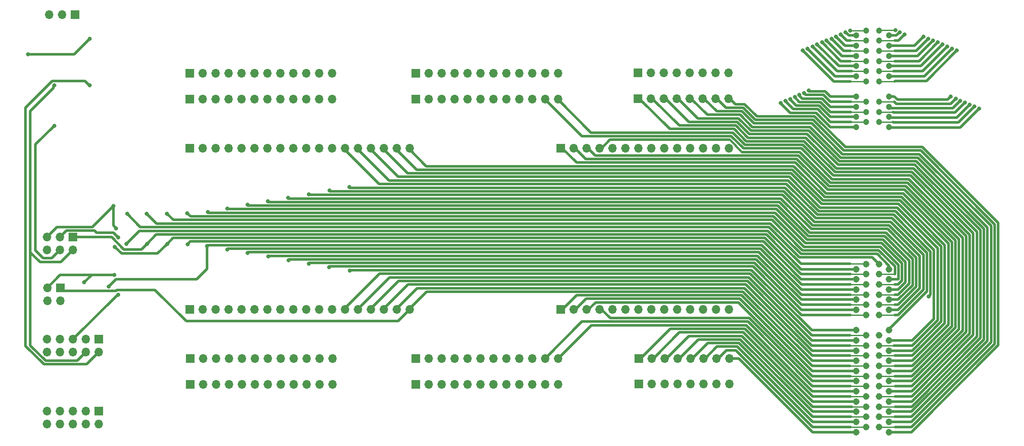
<source format=gbl>
%TF.GenerationSoftware,KiCad,Pcbnew,7.0.8*%
%TF.CreationDate,2024-09-16T14:36:25-04:00*%
%TF.ProjectId,breakout_pcie,62726561-6b6f-4757-945f-706369652e6b,rev?*%
%TF.SameCoordinates,Original*%
%TF.FileFunction,Copper,L2,Bot*%
%TF.FilePolarity,Positive*%
%FSLAX46Y46*%
G04 Gerber Fmt 4.6, Leading zero omitted, Abs format (unit mm)*
G04 Created by KiCad (PCBNEW 7.0.8) date 2024-09-16 14:36:25*
%MOMM*%
%LPD*%
G01*
G04 APERTURE LIST*
%TA.AperFunction,ComponentPad*%
%ADD10R,1.700000X1.700000*%
%TD*%
%TA.AperFunction,ComponentPad*%
%ADD11O,1.700000X1.700000*%
%TD*%
%TA.AperFunction,ComponentPad*%
%ADD12C,1.200000*%
%TD*%
%TA.AperFunction,ComponentPad*%
%ADD13C,1.316000*%
%TD*%
%TA.AperFunction,ViaPad*%
%ADD14C,0.800000*%
%TD*%
%TA.AperFunction,Conductor*%
%ADD15C,0.250000*%
%TD*%
%TA.AperFunction,Conductor*%
%ADD16C,0.500000*%
%TD*%
%TA.AperFunction,Conductor*%
%ADD17C,0.450000*%
%TD*%
G04 APERTURE END LIST*
D10*
%TO.P,J5,1,Pin_1*%
%TO.N,/A19*%
X172400000Y-80319975D03*
D11*
%TO.P,J5,2,Pin_2*%
%TO.N,/A20*%
X174940000Y-80319975D03*
%TO.P,J5,3,Pin_3*%
%TO.N,/A21*%
X177480000Y-80319975D03*
%TO.P,J5,4,Pin_4*%
%TO.N,/A22*%
X180020000Y-80319975D03*
%TO.P,J5,5,Pin_5*%
%TO.N,/A23*%
X182560000Y-80319975D03*
%TO.P,J5,6,Pin_6*%
%TO.N,/A24*%
X185100000Y-80319975D03*
%TO.P,J5,7,Pin_7*%
%TO.N,/A25*%
X187640000Y-80319975D03*
%TO.P,J5,8,Pin_8*%
%TO.N,/A26*%
X190180000Y-80319975D03*
%TO.P,J5,9,Pin_9*%
%TO.N,/A27*%
X192720000Y-80319975D03*
%TO.P,J5,10,Pin_10*%
%TO.N,/A28*%
X195260000Y-80319975D03*
%TO.P,J5,11,Pin_11*%
%TO.N,/A29*%
X197800000Y-80319975D03*
%TO.P,J5,12,Pin_12*%
%TO.N,/A30*%
X200340000Y-80319975D03*
%TO.P,J5,13,Pin_13*%
%TO.N,/A31*%
X202880000Y-80319975D03*
%TO.P,J5,14,Pin_14*%
%TO.N,/A32*%
X205420000Y-80319975D03*
%TD*%
D10*
%TO.P,J9,1,Pin_1*%
%TO.N,/A13*%
X144000000Y-70719975D03*
D11*
%TO.P,J9,2,Pin_2*%
%TO.N,/A14*%
X146540000Y-70719975D03*
%TO.P,J9,3,Pin_3*%
%TO.N,/A15*%
X149080000Y-70719975D03*
%TO.P,J9,4,Pin_4*%
%TO.N,/A16*%
X151620000Y-70719975D03*
%TO.P,J9,5,Pin_5*%
%TO.N,/A17*%
X154160000Y-70719975D03*
%TO.P,J9,6,Pin_6*%
%TO.N,/A18*%
X156700000Y-70719975D03*
%TO.P,J9,7,Pin_7*%
%TO.N,/A19*%
X159240000Y-70719975D03*
%TO.P,J9,8,Pin_8*%
%TO.N,/A20*%
X161780000Y-70719975D03*
%TO.P,J9,9,Pin_9*%
%TO.N,/A21*%
X164320000Y-70719975D03*
%TO.P,J9,10,Pin_10*%
%TO.N,/A22*%
X166860000Y-70719975D03*
%TO.P,J9,11,Pin_11*%
%TO.N,/A23*%
X169400000Y-70719975D03*
%TO.P,J9,12,Pin_12*%
%TO.N,/A24*%
X171940000Y-70719975D03*
%TD*%
D10*
%TO.P,J4,1,Pin_1*%
%TO.N,/B1*%
X99600000Y-112019975D03*
D11*
%TO.P,J4,2,Pin_2*%
%TO.N,/B2*%
X102140000Y-112019975D03*
%TO.P,J4,3,Pin_3*%
%TO.N,/B3*%
X104680000Y-112019975D03*
%TO.P,J4,4,Pin_4*%
%TO.N,/B4*%
X107220000Y-112019975D03*
%TO.P,J4,5,Pin_5*%
%TO.N,/B5*%
X109760000Y-112019975D03*
%TO.P,J4,6,Pin_6*%
%TO.N,/B6*%
X112300000Y-112019975D03*
%TO.P,J4,7,Pin_7*%
%TO.N,/B7*%
X114840000Y-112019975D03*
%TO.P,J4,8,Pin_8*%
%TO.N,/B8*%
X117380000Y-112019975D03*
%TO.P,J4,9,Pin_9*%
%TO.N,/B9*%
X119920000Y-112019975D03*
%TO.P,J4,10,Pin_10*%
%TO.N,/B10*%
X122460000Y-112019975D03*
%TO.P,J4,11,Pin_11*%
%TO.N,/B11*%
X125000000Y-112019975D03*
%TO.P,J4,12,Pin_12*%
%TO.N,/B12*%
X127540000Y-112019975D03*
%TO.P,J4,13,Pin_13*%
%TO.N,/B13*%
X130080000Y-112019975D03*
%TO.P,J4,14,Pin_14*%
%TO.N,/B14*%
X132620000Y-112019975D03*
%TO.P,J4,15,Pin_15*%
%TO.N,/B15*%
X135160000Y-112019975D03*
%TO.P,J4,16,Pin_16*%
%TO.N,/B16*%
X137700000Y-112019975D03*
%TO.P,J4,17,Pin_17*%
%TO.N,/B17*%
X140240000Y-112019975D03*
%TO.P,J4,18,Pin_18*%
%TO.N,/B18*%
X142780000Y-112019975D03*
%TD*%
D10*
%TO.P,J16,1,Pin_1*%
%TO.N,/B13*%
X144000000Y-121619975D03*
D11*
%TO.P,J16,2,Pin_2*%
%TO.N,/B14*%
X146540000Y-121619975D03*
%TO.P,J16,3,Pin_3*%
%TO.N,/B15*%
X149080000Y-121619975D03*
%TO.P,J16,4,Pin_4*%
%TO.N,/B16*%
X151620000Y-121619975D03*
%TO.P,J16,5,Pin_5*%
%TO.N,/B17*%
X154160000Y-121619975D03*
%TO.P,J16,6,Pin_6*%
%TO.N,/B18*%
X156700000Y-121619975D03*
%TO.P,J16,7,Pin_7*%
%TO.N,/B19*%
X159240000Y-121619975D03*
%TO.P,J16,8,Pin_8*%
%TO.N,/B20*%
X161780000Y-121619975D03*
%TO.P,J16,9,Pin_9*%
%TO.N,/B21*%
X164320000Y-121619975D03*
%TO.P,J16,10,Pin_10*%
%TO.N,/B22*%
X166860000Y-121619975D03*
%TO.P,J16,11,Pin_11*%
%TO.N,/B23*%
X169400000Y-121619975D03*
%TO.P,J16,12,Pin_12*%
%TO.N,/B24*%
X171940000Y-121619975D03*
%TD*%
D10*
%TO.P,J12,1,Pin_1*%
%TO.N,/B25*%
X187750000Y-126619975D03*
D11*
%TO.P,J12,2,Pin_2*%
%TO.N,/B26*%
X190290000Y-126619975D03*
%TO.P,J12,3,Pin_3*%
%TO.N,/B27*%
X192830000Y-126619975D03*
%TO.P,J12,4,Pin_4*%
%TO.N,/B28*%
X195370000Y-126619975D03*
%TO.P,J12,5,Pin_5*%
%TO.N,/B29*%
X197910000Y-126619975D03*
%TO.P,J12,6,Pin_6*%
%TO.N,/B30*%
X200450000Y-126619975D03*
%TO.P,J12,7,Pin_7*%
%TO.N,/B31*%
X202990000Y-126619975D03*
%TO.P,J12,8,Pin_8*%
%TO.N,/B32*%
X205530000Y-126619975D03*
%TD*%
D10*
%TO.P,J17,1,Pin_1*%
%TO.N,/A25*%
X187600000Y-65564975D03*
D11*
%TO.P,J17,2,Pin_2*%
%TO.N,/A26*%
X190140000Y-65564975D03*
%TO.P,J17,3,Pin_3*%
%TO.N,/A27*%
X192680000Y-65564975D03*
%TO.P,J17,4,Pin_4*%
%TO.N,/A28*%
X195220000Y-65564975D03*
%TO.P,J17,5,Pin_5*%
%TO.N,/A29*%
X197760000Y-65564975D03*
%TO.P,J17,6,Pin_6*%
%TO.N,/A30*%
X200300000Y-65564975D03*
%TO.P,J17,7,Pin_7*%
%TO.N,/A31*%
X202840000Y-65564975D03*
%TO.P,J17,8,Pin_8*%
%TO.N,/A32*%
X205380000Y-65564975D03*
%TD*%
D10*
%TO.P,J23,1,Pin_1*%
%TO.N,/A1*%
X81785000Y-117865000D03*
D11*
%TO.P,J23,2,Pin_2*%
%TO.N,+12V*%
X81785000Y-120405000D03*
%TO.P,J23,3,Pin_3*%
%TO.N,/B5*%
X79245000Y-117865000D03*
%TO.P,J23,4,Pin_4*%
%TO.N,+5V*%
X79245000Y-120405000D03*
%TO.P,J23,5,Pin_5*%
%TO.N,/A4*%
X76705000Y-117865000D03*
%TO.P,J23,6,Pin_6*%
%TO.N,/CAN+*%
X76705000Y-120405000D03*
%TO.P,J23,7,Pin_7*%
%TO.N,/A5*%
X74165000Y-117865000D03*
%TO.P,J23,8,Pin_8*%
%TO.N,/CAN-*%
X74165000Y-120405000D03*
%TO.P,J23,9,Pin_9*%
%TO.N,/A3*%
X71625000Y-117865000D03*
%TO.P,J23,10,Pin_10*%
%TO.N,GND*%
X71625000Y-120405000D03*
%TD*%
D10*
%TO.P,J8,1,Pin_1*%
%TO.N,/B1*%
X99700000Y-126699975D03*
D11*
%TO.P,J8,2,Pin_2*%
%TO.N,/B2*%
X102240000Y-126699975D03*
%TO.P,J8,3,Pin_3*%
%TO.N,/B3*%
X104780000Y-126699975D03*
%TO.P,J8,4,Pin_4*%
%TO.N,/B4*%
X107320000Y-126699975D03*
%TO.P,J8,5,Pin_5*%
%TO.N,/B5*%
X109860000Y-126699975D03*
%TO.P,J8,6,Pin_6*%
%TO.N,/B6*%
X112400000Y-126699975D03*
%TO.P,J8,7,Pin_7*%
%TO.N,/B7*%
X114940000Y-126699975D03*
%TO.P,J8,8,Pin_8*%
%TO.N,/B8*%
X117480000Y-126699975D03*
%TO.P,J8,9,Pin_9*%
%TO.N,/B9*%
X120020000Y-126699975D03*
%TO.P,J8,10,Pin_10*%
%TO.N,/B10*%
X122560000Y-126699975D03*
%TO.P,J8,11,Pin_11*%
%TO.N,/B11*%
X125100000Y-126699975D03*
%TO.P,J8,12,Pin_12*%
%TO.N,/B12*%
X127640000Y-126699975D03*
%TD*%
D10*
%TO.P,J3,1,Pin_1*%
%TO.N,/A1*%
X99600000Y-80319975D03*
D11*
%TO.P,J3,2,Pin_2*%
%TO.N,/A2*%
X102140000Y-80319975D03*
%TO.P,J3,3,Pin_3*%
%TO.N,/A3*%
X104680000Y-80319975D03*
%TO.P,J3,4,Pin_4*%
%TO.N,/A4*%
X107220000Y-80319975D03*
%TO.P,J3,5,Pin_5*%
%TO.N,/A5*%
X109760000Y-80319975D03*
%TO.P,J3,6,Pin_6*%
%TO.N,/A6*%
X112300000Y-80319975D03*
%TO.P,J3,7,Pin_7*%
%TO.N,/A7*%
X114840000Y-80319975D03*
%TO.P,J3,8,Pin_8*%
%TO.N,/A8*%
X117380000Y-80319975D03*
%TO.P,J3,9,Pin_9*%
%TO.N,/A9*%
X119920000Y-80319975D03*
%TO.P,J3,10,Pin_10*%
%TO.N,/A10*%
X122460000Y-80319975D03*
%TO.P,J3,11,Pin_11*%
%TO.N,/A11*%
X125000000Y-80319975D03*
%TO.P,J3,12,Pin_12*%
%TO.N,/A12*%
X127540000Y-80319975D03*
%TO.P,J3,13,Pin_13*%
%TO.N,/A13*%
X130080000Y-80319975D03*
%TO.P,J3,14,Pin_14*%
%TO.N,/A14*%
X132620000Y-80319975D03*
%TO.P,J3,15,Pin_15*%
%TO.N,/A15*%
X135160000Y-80319975D03*
%TO.P,J3,16,Pin_16*%
%TO.N,/A16*%
X137700000Y-80319975D03*
%TO.P,J3,17,Pin_17*%
%TO.N,/A17*%
X140240000Y-80319975D03*
%TO.P,J3,18,Pin_18*%
%TO.N,/A18*%
X142780000Y-80319975D03*
%TD*%
D10*
%TO.P,J20,1,Pin_1*%
%TO.N,/B2*%
X76640000Y-97800000D03*
D11*
%TO.P,J20,2,Pin_2*%
%TO.N,+5V*%
X76640000Y-100340000D03*
%TO.P,J20,3,Pin_3*%
%TO.N,/B3*%
X74100000Y-97800000D03*
%TO.P,J20,4,Pin_4*%
%TO.N,+3V0*%
X74100000Y-100340000D03*
%TO.P,J20,5,Pin_5*%
%TO.N,/A5*%
X71560000Y-97800000D03*
%TO.P,J20,6,Pin_6*%
%TO.N,GND*%
X71560000Y-100340000D03*
%TD*%
D10*
%TO.P,J13,1,Pin_1*%
%TO.N,/A1*%
X99600000Y-65639975D03*
D11*
%TO.P,J13,2,Pin_2*%
%TO.N,/A2*%
X102140000Y-65639975D03*
%TO.P,J13,3,Pin_3*%
%TO.N,/A3*%
X104680000Y-65639975D03*
%TO.P,J13,4,Pin_4*%
%TO.N,/A4*%
X107220000Y-65639975D03*
%TO.P,J13,5,Pin_5*%
%TO.N,/A5*%
X109760000Y-65639975D03*
%TO.P,J13,6,Pin_6*%
%TO.N,/A6*%
X112300000Y-65639975D03*
%TO.P,J13,7,Pin_7*%
%TO.N,/A7*%
X114840000Y-65639975D03*
%TO.P,J13,8,Pin_8*%
%TO.N,/A8*%
X117380000Y-65639975D03*
%TO.P,J13,9,Pin_9*%
%TO.N,/A9*%
X119920000Y-65639975D03*
%TO.P,J13,10,Pin_10*%
%TO.N,/A10*%
X122460000Y-65639975D03*
%TO.P,J13,11,Pin_11*%
%TO.N,/A11*%
X125000000Y-65639975D03*
%TO.P,J13,12,Pin_12*%
%TO.N,/A12*%
X127540000Y-65639975D03*
%TD*%
D10*
%TO.P,J11,1,Pin_1*%
%TO.N,/A25*%
X187600000Y-70644975D03*
D11*
%TO.P,J11,2,Pin_2*%
%TO.N,/A26*%
X190140000Y-70644975D03*
%TO.P,J11,3,Pin_3*%
%TO.N,/A27*%
X192680000Y-70644975D03*
%TO.P,J11,4,Pin_4*%
%TO.N,/A28*%
X195220000Y-70644975D03*
%TO.P,J11,5,Pin_5*%
%TO.N,/A29*%
X197760000Y-70644975D03*
%TO.P,J11,6,Pin_6*%
%TO.N,/A30*%
X200300000Y-70644975D03*
%TO.P,J11,7,Pin_7*%
%TO.N,/A31*%
X202840000Y-70644975D03*
%TO.P,J11,8,Pin_8*%
%TO.N,/A32*%
X205380000Y-70644975D03*
%TD*%
D10*
%TO.P,J21,1,Pin_1*%
%TO.N,Net-(J21-Pin_1)*%
X77125000Y-54100000D03*
D11*
%TO.P,J21,2,Pin_2*%
%TO.N,/CAN-*%
X74585000Y-54100000D03*
%TO.P,J21,3,Pin_3*%
%TO.N,unconnected-(J21-Pin_3-Pad3)*%
X72045000Y-54100000D03*
%TD*%
D12*
%TO.P,J1,A1,12V/3.3V*%
%TO.N,/A1*%
X234900000Y-57200000D03*
%TO.P,J1,A2,12V/3.3V*%
%TO.N,/A2*%
X236900000Y-58200000D03*
%TO.P,J1,A3,GND*%
%TO.N,/A3*%
X234900000Y-59200000D03*
%TO.P,J1,A4,CAN+*%
%TO.N,/A4*%
X236900000Y-60200000D03*
%TO.P,J1,A5,CAN-*%
%TO.N,/A5*%
X234900000Y-61200000D03*
%TO.P,J1,A6,io_0*%
%TO.N,/A6*%
X236900000Y-62200000D03*
%TO.P,J1,A7,io_2*%
%TO.N,/A7*%
X234900000Y-63200000D03*
%TO.P,J1,A8,io_4*%
%TO.N,/A8*%
X236900000Y-64200000D03*
%TO.P,J1,A9,io_6*%
%TO.N,/A9*%
X234900000Y-65200000D03*
%TO.P,J1,A10,io_8*%
%TO.N,/A10*%
X236900000Y-66200000D03*
%TO.P,J1,A11,io_10*%
%TO.N,/A11*%
X234900000Y-67200000D03*
%TO.P,J1,A12,io_12*%
%TO.N,/A12*%
X236900000Y-70200000D03*
%TO.P,J1,A13,io_14*%
%TO.N,/A13*%
X234900000Y-71200000D03*
%TO.P,J1,A14,io_16*%
%TO.N,/A14*%
X236900000Y-72200000D03*
%TO.P,J1,A15,io_18*%
%TO.N,/A15*%
X234900000Y-73200000D03*
%TO.P,J1,A16,io_20*%
%TO.N,/A16*%
X236900000Y-74200000D03*
%TO.P,J1,A17,SHDN_IN*%
%TO.N,/A17*%
X234900000Y-75200000D03*
%TO.P,J1,A18,SHDN_IN*%
%TO.N,/A18*%
X236900000Y-76200000D03*
%TO.P,J1,B1,SCL/SCK*%
%TO.N,/B1*%
X232400000Y-57200000D03*
%TO.P,J1,B2,SDA/MISO/RX*%
%TO.N,/B2*%
X230400000Y-58200000D03*
%TO.P,J1,B3,MOSI/TX*%
%TO.N,/B3*%
X232400000Y-59200000D03*
%TO.P,J1,B4,GND*%
%TO.N,/B4*%
X230400000Y-60200000D03*
%TO.P,J1,B5,5V/Vref_2(3V)*%
%TO.N,/B5*%
X232400000Y-61200000D03*
%TO.P,J1,B6,io_1*%
%TO.N,/B6*%
X230400000Y-62200000D03*
%TO.P,J1,B7,io_3*%
%TO.N,/B7*%
X232400000Y-63200000D03*
%TO.P,J1,B8,io_5*%
%TO.N,/B8*%
X230400000Y-64200000D03*
%TO.P,J1,B9,io_7*%
%TO.N,/B9*%
X232400000Y-65200000D03*
%TO.P,J1,B10,io_9*%
%TO.N,/B10*%
X230400000Y-66200000D03*
%TO.P,J1,B11,io_11*%
%TO.N,/B11*%
X232400000Y-67200000D03*
%TO.P,J1,B12,io_13*%
%TO.N,/B12*%
X230400000Y-70200000D03*
%TO.P,J1,B13,io_15*%
%TO.N,/B13*%
X232400000Y-71200000D03*
%TO.P,J1,B14,io_17*%
%TO.N,/B14*%
X230400000Y-72200000D03*
%TO.P,J1,B15,io_19*%
%TO.N,/B15*%
X232400000Y-73200000D03*
%TO.P,J1,B16,io_21*%
%TO.N,/B16*%
X230400000Y-74200000D03*
%TO.P,J1,B17,SHDN_OUT*%
%TO.N,/B17*%
X232400000Y-75200000D03*
%TO.P,J1,B18,SHDN_OUT*%
%TO.N,/B18*%
X230400000Y-76200000D03*
%TD*%
D10*
%TO.P,J6,1,Pin_1*%
%TO.N,/B19*%
X172450000Y-111994975D03*
D11*
%TO.P,J6,2,Pin_2*%
%TO.N,/B20*%
X174990000Y-111994975D03*
%TO.P,J6,3,Pin_3*%
%TO.N,/B21*%
X177530000Y-111994975D03*
%TO.P,J6,4,Pin_4*%
%TO.N,/B22*%
X180070000Y-111994975D03*
%TO.P,J6,5,Pin_5*%
%TO.N,/B23*%
X182610000Y-111994975D03*
%TO.P,J6,6,Pin_6*%
%TO.N,/B24*%
X185150000Y-111994975D03*
%TO.P,J6,7,Pin_7*%
%TO.N,/B25*%
X187690000Y-111994975D03*
%TO.P,J6,8,Pin_8*%
%TO.N,/B26*%
X190230000Y-111994975D03*
%TO.P,J6,9,Pin_9*%
%TO.N,/B27*%
X192770000Y-111994975D03*
%TO.P,J6,10,Pin_10*%
%TO.N,/B28*%
X195310000Y-111994975D03*
%TO.P,J6,11,Pin_11*%
%TO.N,/B29*%
X197850000Y-111994975D03*
%TO.P,J6,12,Pin_12*%
%TO.N,/B30*%
X200390000Y-111994975D03*
%TO.P,J6,13,Pin_13*%
%TO.N,/B31*%
X202930000Y-111994975D03*
%TO.P,J6,14,Pin_14*%
%TO.N,/B32*%
X205470000Y-111994975D03*
%TD*%
D10*
%TO.P,J15,1,Pin_1*%
%TO.N,/A13*%
X144000000Y-65639975D03*
D11*
%TO.P,J15,2,Pin_2*%
%TO.N,/A14*%
X146540000Y-65639975D03*
%TO.P,J15,3,Pin_3*%
%TO.N,/A15*%
X149080000Y-65639975D03*
%TO.P,J15,4,Pin_4*%
%TO.N,/A16*%
X151620000Y-65639975D03*
%TO.P,J15,5,Pin_5*%
%TO.N,/A17*%
X154160000Y-65639975D03*
%TO.P,J15,6,Pin_6*%
%TO.N,/A18*%
X156700000Y-65639975D03*
%TO.P,J15,7,Pin_7*%
%TO.N,/A19*%
X159240000Y-65639975D03*
%TO.P,J15,8,Pin_8*%
%TO.N,/A20*%
X161780000Y-65639975D03*
%TO.P,J15,9,Pin_9*%
%TO.N,/A21*%
X164320000Y-65639975D03*
%TO.P,J15,10,Pin_10*%
%TO.N,/A22*%
X166860000Y-65639975D03*
%TO.P,J15,11,Pin_11*%
%TO.N,/A23*%
X169400000Y-65639975D03*
%TO.P,J15,12,Pin_12*%
%TO.N,/A24*%
X171940000Y-65639975D03*
%TD*%
D10*
%TO.P,J7,1,Pin_1*%
%TO.N,/A1*%
X99600000Y-70719975D03*
D11*
%TO.P,J7,2,Pin_2*%
%TO.N,/A2*%
X102140000Y-70719975D03*
%TO.P,J7,3,Pin_3*%
%TO.N,/A3*%
X104680000Y-70719975D03*
%TO.P,J7,4,Pin_4*%
%TO.N,/A4*%
X107220000Y-70719975D03*
%TO.P,J7,5,Pin_5*%
%TO.N,/A5*%
X109760000Y-70719975D03*
%TO.P,J7,6,Pin_6*%
%TO.N,/A6*%
X112300000Y-70719975D03*
%TO.P,J7,7,Pin_7*%
%TO.N,/A7*%
X114840000Y-70719975D03*
%TO.P,J7,8,Pin_8*%
%TO.N,/A8*%
X117380000Y-70719975D03*
%TO.P,J7,9,Pin_9*%
%TO.N,/A9*%
X119920000Y-70719975D03*
%TO.P,J7,10,Pin_10*%
%TO.N,/A10*%
X122460000Y-70719975D03*
%TO.P,J7,11,Pin_11*%
%TO.N,/A11*%
X125000000Y-70719975D03*
%TO.P,J7,12,Pin_12*%
%TO.N,/A12*%
X127540000Y-70719975D03*
%TD*%
D10*
%TO.P,J19,1,Pin_1*%
%TO.N,/B18*%
X74200000Y-107800000D03*
D11*
%TO.P,J19,2,Pin_2*%
%TO.N,+BATT*%
X74200000Y-110340000D03*
%TO.P,J19,3,Pin_3*%
%TO.N,/A3*%
X71660000Y-107800000D03*
%TO.P,J19,4,Pin_4*%
%TO.N,GND*%
X71660000Y-110340000D03*
%TD*%
D10*
%TO.P,J18,1,Pin_1*%
%TO.N,/B25*%
X187750000Y-121619975D03*
D11*
%TO.P,J18,2,Pin_2*%
%TO.N,/B26*%
X190290000Y-121619975D03*
%TO.P,J18,3,Pin_3*%
%TO.N,/B27*%
X192850000Y-121619975D03*
%TO.P,J18,4,Pin_4*%
%TO.N,/B28*%
X195370000Y-121619975D03*
%TO.P,J18,5,Pin_5*%
%TO.N,/B29*%
X197910000Y-121619975D03*
%TO.P,J18,6,Pin_6*%
%TO.N,/B30*%
X200450000Y-121619975D03*
%TO.P,J18,7,Pin_7*%
%TO.N,/B31*%
X202990000Y-121619975D03*
%TO.P,J18,8,Pin_8*%
%TO.N,/B32*%
X205530000Y-121619975D03*
%TD*%
D10*
%TO.P,J10,1,Pin_1*%
%TO.N,/B13*%
X144000000Y-126699975D03*
D11*
%TO.P,J10,2,Pin_2*%
%TO.N,/B14*%
X146540000Y-126699975D03*
%TO.P,J10,3,Pin_3*%
%TO.N,/B15*%
X149080000Y-126699975D03*
%TO.P,J10,4,Pin_4*%
%TO.N,/B16*%
X151620000Y-126699975D03*
%TO.P,J10,5,Pin_5*%
%TO.N,/B17*%
X154160000Y-126699975D03*
%TO.P,J10,6,Pin_6*%
%TO.N,/B18*%
X156700000Y-126699975D03*
%TO.P,J10,7,Pin_7*%
%TO.N,/B19*%
X159240000Y-126699975D03*
%TO.P,J10,8,Pin_8*%
%TO.N,/B20*%
X161780000Y-126699975D03*
%TO.P,J10,9,Pin_9*%
%TO.N,/B21*%
X164320000Y-126699975D03*
%TO.P,J10,10,Pin_10*%
%TO.N,/B22*%
X166860000Y-126699975D03*
%TO.P,J10,11,Pin_11*%
%TO.N,/B23*%
X169400000Y-126699975D03*
%TO.P,J10,12,Pin_12*%
%TO.N,/B24*%
X171940000Y-126699975D03*
%TD*%
D10*
%TO.P,J14,1,Pin_1*%
%TO.N,/B1*%
X99700000Y-121619975D03*
D11*
%TO.P,J14,2,Pin_2*%
%TO.N,/B2*%
X102240000Y-121619975D03*
%TO.P,J14,3,Pin_3*%
%TO.N,/B3*%
X104780000Y-121619975D03*
%TO.P,J14,4,Pin_4*%
%TO.N,/B4*%
X107320000Y-121619975D03*
%TO.P,J14,5,Pin_5*%
%TO.N,/B5*%
X109860000Y-121619975D03*
%TO.P,J14,6,Pin_6*%
%TO.N,/B6*%
X112400000Y-121619975D03*
%TO.P,J14,7,Pin_7*%
%TO.N,/B7*%
X114940000Y-121619975D03*
%TO.P,J14,8,Pin_8*%
%TO.N,/B8*%
X117480000Y-121619975D03*
%TO.P,J14,9,Pin_9*%
%TO.N,/B9*%
X120020000Y-121619975D03*
%TO.P,J14,10,Pin_10*%
%TO.N,/B10*%
X122560000Y-121619975D03*
%TO.P,J14,11,Pin_11*%
%TO.N,/B11*%
X125100000Y-121619975D03*
%TO.P,J14,12,Pin_12*%
%TO.N,/B12*%
X127640000Y-121619975D03*
%TD*%
D13*
%TO.P,J2,A1,Aout_0*%
%TO.N,/A1*%
X234900000Y-103100000D03*
%TO.P,J2,A2,Aout_1*%
%TO.N,/A2*%
X236900000Y-104100000D03*
%TO.P,J2,A3,Aout_3*%
%TO.N,/A3*%
X234900000Y-105100000D03*
%TO.P,J2,A4,Aout_4*%
%TO.N,/A4*%
X236900000Y-106100000D03*
%TO.P,J2,A5,GND*%
%TO.N,/A5*%
X234900000Y-107100000D03*
%TO.P,J2,A6,AUX1*%
%TO.N,/A6*%
X236900000Y-108100000D03*
%TO.P,J2,A7,AUX2*%
%TO.N,/A7*%
X234900000Y-109100000D03*
%TO.P,J2,A8,GND*%
%TO.N,/A8*%
X236900000Y-110100000D03*
%TO.P,J2,A9,Ain_0*%
%TO.N,/A9*%
X234900000Y-111100000D03*
%TO.P,J2,A10,Ain_2*%
%TO.N,/A10*%
X236900000Y-112100000D03*
%TO.P,J2,A11,Ain_4*%
%TO.N,/A11*%
X234900000Y-113100000D03*
%TO.P,J2,A12,Ain_6*%
%TO.N,/A12*%
X236900000Y-116100000D03*
%TO.P,J2,A13,GND*%
%TO.N,/A13*%
X234900000Y-117100000D03*
%TO.P,J2,A14,Ain_8*%
%TO.N,/A14*%
X236900000Y-118100000D03*
%TO.P,J2,A15,Ain_10*%
%TO.N,/A15*%
X234900000Y-119100000D03*
%TO.P,J2,A16,Ain_12*%
%TO.N,/A16*%
X236900000Y-120100000D03*
%TO.P,J2,A17,Ain_14*%
%TO.N,/A17*%
X234900000Y-121100000D03*
%TO.P,J2,A18,GND*%
%TO.N,/A18*%
X236900000Y-122100000D03*
%TO.P,J2,A19,Ain_16*%
%TO.N,/A19*%
X234900000Y-123100000D03*
%TO.P,J2,A20,Ain_18*%
%TO.N,/A20*%
X236900000Y-124100000D03*
%TO.P,J2,A21,Ain_20*%
%TO.N,/A21*%
X234900000Y-125100000D03*
%TO.P,J2,A22,Ain_22*%
%TO.N,/A22*%
X236900000Y-126100000D03*
%TO.P,J2,A23,GND*%
%TO.N,/A23*%
X234900000Y-127100000D03*
%TO.P,J2,A24,Ain_24*%
%TO.N,/A24*%
X236900000Y-128100000D03*
%TO.P,J2,A25,Ain_26*%
%TO.N,/A25*%
X234900000Y-129100000D03*
%TO.P,J2,A26,Ain_28*%
%TO.N,/A26*%
X236900000Y-130100000D03*
%TO.P,J2,A27,Ain_30*%
%TO.N,/A27*%
X234900000Y-131100000D03*
%TO.P,J2,A28,GND*%
%TO.N,/A28*%
X236900000Y-132100000D03*
%TO.P,J2,A29,Ain_32*%
%TO.N,/A29*%
X234900000Y-133100000D03*
%TO.P,J2,A30,Ain_34*%
%TO.N,/A30*%
X236900000Y-134100000D03*
%TO.P,J2,A31,Ain_36*%
%TO.N,/A31*%
X234900000Y-135100000D03*
%TO.P,J2,A32,Ain_38*%
%TO.N,/A32*%
X236900000Y-136100000D03*
%TO.P,J2,B1,GND*%
%TO.N,/B1*%
X232400000Y-103100000D03*
%TO.P,J2,B2,3.3V*%
%TO.N,/B2*%
X230400000Y-104100000D03*
%TO.P,J2,B3,Vref_2(3V)*%
%TO.N,/B3*%
X232400000Y-105100000D03*
%TO.P,J2,B4,GND*%
%TO.N,/B4*%
X230400000Y-106100000D03*
%TO.P,J2,B5,SCL*%
%TO.N,/B5*%
X232400000Y-107100000D03*
%TO.P,J2,B6,SDA*%
%TO.N,/B6*%
X230400000Y-108100000D03*
%TO.P,J2,B7,AUX3*%
%TO.N,/B7*%
X232400000Y-109100000D03*
%TO.P,J2,B8,GND*%
%TO.N,/B8*%
X230400000Y-110100000D03*
%TO.P,J2,B9,Ain_1*%
%TO.N,/B9*%
X232400000Y-111100000D03*
%TO.P,J2,B10,Ain_3*%
%TO.N,/B10*%
X230400000Y-112100000D03*
%TO.P,J2,B11,Ain_5*%
%TO.N,/B11*%
X232400000Y-113100000D03*
%TO.P,J2,B12,Ain_7*%
%TO.N,/B12*%
X230400000Y-116100000D03*
%TO.P,J2,B13,GND*%
%TO.N,/B13*%
X232400000Y-117100000D03*
%TO.P,J2,B14,Ain_9*%
%TO.N,/B14*%
X230400000Y-118100000D03*
%TO.P,J2,B15,Ain_11*%
%TO.N,/B15*%
X232400000Y-119100000D03*
%TO.P,J2,B16,Ain_13*%
%TO.N,/B16*%
X230400000Y-120100000D03*
%TO.P,J2,B17,Ain_15*%
%TO.N,/B17*%
X232400000Y-121100000D03*
%TO.P,J2,B18,GND*%
%TO.N,/B18*%
X230400000Y-122100000D03*
%TO.P,J2,B19,Ain_17*%
%TO.N,/B19*%
X232400000Y-123100000D03*
%TO.P,J2,B20,Ain_19*%
%TO.N,/B20*%
X230400000Y-124100000D03*
%TO.P,J2,B21,Ain_21*%
%TO.N,/B21*%
X232400000Y-125100000D03*
%TO.P,J2,B22,Ain_23*%
%TO.N,/B22*%
X230400000Y-126100000D03*
%TO.P,J2,B23,GND*%
%TO.N,/B23*%
X232400000Y-127100000D03*
%TO.P,J2,B24,Ain_25*%
%TO.N,/B24*%
X230400000Y-128100000D03*
%TO.P,J2,B25,Ain_27*%
%TO.N,/B25*%
X232400000Y-129100000D03*
%TO.P,J2,B26,Ain_29*%
%TO.N,/B26*%
X230400000Y-130100000D03*
%TO.P,J2,B27,Ain_31*%
%TO.N,/B27*%
X232400000Y-131100000D03*
%TO.P,J2,B28,GND*%
%TO.N,/B28*%
X230400000Y-132100000D03*
%TO.P,J2,B29,Ain_33*%
%TO.N,/B29*%
X232400000Y-133100000D03*
%TO.P,J2,B30,Ain_35*%
%TO.N,/B30*%
X230400000Y-134100000D03*
%TO.P,J2,B31,Ain_37*%
%TO.N,/B31*%
X232400000Y-135100000D03*
%TO.P,J2,B32,Ain_39*%
%TO.N,/B32*%
X230400000Y-136100000D03*
%TD*%
D10*
%TO.P,J22,1,Pin_1*%
%TO.N,unconnected-(J22-Pin_1-Pad1)*%
X81785000Y-132000000D03*
D11*
%TO.P,J22,2,Pin_2*%
%TO.N,unconnected-(J22-Pin_2-Pad2)*%
X81785000Y-134540000D03*
%TO.P,J22,3,Pin_3*%
%TO.N,unconnected-(J22-Pin_3-Pad3)*%
X79245000Y-132000000D03*
%TO.P,J22,4,Pin_4*%
%TO.N,unconnected-(J22-Pin_4-Pad4)*%
X79245000Y-134540000D03*
%TO.P,J22,5,Pin_5*%
%TO.N,unconnected-(J22-Pin_5-Pad5)*%
X76705000Y-132000000D03*
%TO.P,J22,6,Pin_6*%
%TO.N,unconnected-(J22-Pin_6-Pad6)*%
X76705000Y-134540000D03*
%TO.P,J22,7,Pin_7*%
%TO.N,unconnected-(J22-Pin_7-Pad7)*%
X74165000Y-132000000D03*
%TO.P,J22,8,Pin_8*%
%TO.N,unconnected-(J22-Pin_8-Pad8)*%
X74165000Y-134540000D03*
%TO.P,J22,9,Pin_9*%
%TO.N,unconnected-(J22-Pin_9-Pad9)*%
X71625000Y-132000000D03*
%TO.P,J22,10,Pin_10*%
%TO.N,unconnected-(J22-Pin_10-Pad10)*%
X71625000Y-134540000D03*
%TD*%
D14*
%TO.N,/A1*%
X87350000Y-93250000D03*
X238116652Y-57132345D03*
%TO.N,/A5*%
X103200000Y-92870475D03*
X85150688Y-96050688D03*
X244545836Y-58818298D03*
X84609299Y-91709300D03*
%TO.N,/A8*%
X114950500Y-90770475D03*
X247356193Y-59950000D03*
%TO.N,/B2*%
X91200000Y-99100000D03*
X228300000Y-57600000D03*
%TO.N,/B3*%
X85600688Y-97899312D03*
X95200000Y-99100000D03*
X84900000Y-99700000D03*
X227386643Y-58005937D03*
%TO.N,/A2*%
X239000000Y-57600000D03*
X91150500Y-93200000D03*
%TO.N,/A3*%
X239913357Y-58005937D03*
X84800000Y-105250500D03*
X78894438Y-106706938D03*
X95150500Y-93200000D03*
%TO.N,/A4*%
X243638341Y-58399420D03*
X99150500Y-93100000D03*
X85600000Y-109100000D03*
%TO.N,/A6*%
X106950500Y-92170475D03*
X245484942Y-59160475D03*
%TO.N,/A7*%
X110950500Y-91470475D03*
X246406193Y-59550000D03*
%TO.N,/A9*%
X248269550Y-60355937D03*
X118950500Y-90070475D03*
%TO.N,/A10*%
X122950500Y-89370475D03*
X249256193Y-60750000D03*
%TO.N,/A11*%
X250168504Y-61158281D03*
X127012834Y-88670475D03*
%TO.N,/A12*%
X249000000Y-70200000D03*
X130950500Y-87970475D03*
%TO.N,/A13*%
X249950000Y-70600000D03*
X244650000Y-109469975D03*
%TO.N,/A14*%
X250863357Y-71005937D03*
%TO.N,/A15*%
X251782148Y-71399420D03*
%TO.N,/A16*%
X252689643Y-71818298D03*
%TO.N,/A17*%
X253628749Y-72160475D03*
%TO.N,/A18*%
X254550000Y-72550000D03*
%TO.N,/B1*%
X229250000Y-57200000D03*
X87200000Y-99100000D03*
%TO.N,/B4*%
X99200000Y-99200000D03*
X226467852Y-58399420D03*
%TO.N,/B5*%
X225560357Y-58818298D03*
X83700000Y-107550500D03*
X103000000Y-99519975D03*
%TO.N,/B6*%
X224621251Y-59160475D03*
X107000000Y-100219975D03*
%TO.N,/B7*%
X223700000Y-59550000D03*
X111000000Y-100919975D03*
%TO.N,/B8*%
X222750000Y-59950000D03*
X115000000Y-101619975D03*
%TO.N,/B9*%
X119000000Y-102319975D03*
X221836643Y-60355937D03*
%TO.N,/B10*%
X220850000Y-60750000D03*
X123000000Y-103019975D03*
%TO.N,/B11*%
X219918459Y-61112266D03*
X127000000Y-103719975D03*
%TO.N,/B12*%
X131000000Y-104419975D03*
X221150000Y-69020975D03*
%TO.N,/B13*%
X220200000Y-69469975D03*
%TO.N,/B14*%
X219286643Y-69875912D03*
%TO.N,/B15*%
X218367852Y-70269395D03*
%TO.N,/B16*%
X217460357Y-70688273D03*
%TO.N,/B17*%
X216521251Y-71030450D03*
%TO.N,/B18*%
X215600000Y-71419975D03*
%TO.N,+3V0*%
X73000000Y-75900000D03*
%TO.N,+12V*%
X80000000Y-68000000D03*
%TO.N,+5V*%
X73000000Y-68000000D03*
%TO.N,/CAN+*%
X80000000Y-58800000D03*
X67900000Y-61900000D03*
%TD*%
D15*
%TO.N,/A1*%
X234950000Y-57150000D02*
X238050000Y-57150000D01*
D16*
X213308549Y-95819975D02*
X219288574Y-101800000D01*
X219288574Y-101800000D02*
X233600000Y-101800000D01*
X89919975Y-95819975D02*
X213308549Y-95819975D01*
X87350000Y-93250000D02*
X89919975Y-95819975D01*
X233600000Y-101800000D02*
X234900000Y-103100000D01*
%TO.N,/A5*%
X244545836Y-58818298D02*
X242164134Y-61200000D01*
X84609299Y-95509299D02*
X85150688Y-96050688D01*
D15*
X234900000Y-107100000D02*
X238000000Y-107100000D01*
D16*
X220448374Y-99000000D02*
X214468349Y-93019975D01*
X238653123Y-107100000D02*
X239408000Y-106345122D01*
D15*
X234905762Y-61200000D02*
X238005762Y-61200000D01*
D16*
X239408000Y-102984948D02*
X235423049Y-99000000D01*
X84609299Y-91709300D02*
X84609299Y-95509299D01*
X214468349Y-93019975D02*
X103349500Y-93019975D01*
X238000000Y-107100000D02*
X238653123Y-107100000D01*
X242164134Y-61200000D02*
X237994238Y-61200000D01*
X103349500Y-93019975D02*
X103200000Y-92870475D01*
X235423049Y-99000000D02*
X220448374Y-99000000D01*
X239408000Y-106345122D02*
X239408000Y-102984948D01*
X84609299Y-91709300D02*
X80518600Y-95800000D01*
X80518600Y-95800000D02*
X73560000Y-95800000D01*
X73560000Y-95800000D02*
X71560000Y-97800000D01*
%TO.N,/A8*%
X221318224Y-96900000D02*
X215338198Y-90919975D01*
X241507999Y-102115098D02*
X236292896Y-96900000D01*
X215338198Y-90919975D02*
X215150000Y-90919975D01*
X243106193Y-64200000D02*
X236900000Y-64200000D01*
X114950500Y-90770475D02*
X115100000Y-90919975D01*
X247356193Y-59950000D02*
X243106193Y-64200000D01*
X236900000Y-110100000D02*
X238643072Y-110100000D01*
X115100000Y-90919975D02*
X215150000Y-90919975D01*
X241508000Y-107235071D02*
X241507999Y-102115098D01*
X236292896Y-96900000D02*
X221318224Y-96900000D01*
X238643072Y-110100000D02*
X241508000Y-107235071D01*
%TO.N,/B2*%
X219608674Y-104100000D02*
X230400000Y-104100000D01*
X229000000Y-58200000D02*
X228400000Y-57600000D01*
X90100000Y-100200000D02*
X91200000Y-99100000D01*
X76640000Y-97800000D02*
X84300000Y-97800000D01*
X212779148Y-97270475D02*
X219608674Y-104100000D01*
X93029525Y-97270475D02*
X212779148Y-97270475D01*
X86700000Y-100200000D02*
X90100000Y-100200000D01*
X230400000Y-58200000D02*
X229000000Y-58200000D01*
X228340898Y-57659102D02*
X228200500Y-57659102D01*
X84300000Y-97800000D02*
X86700000Y-100200000D01*
X91200000Y-99100000D02*
X93029525Y-97270475D01*
X228400000Y-57600000D02*
X228340898Y-57659102D01*
%TO.N,/B3*%
X86200000Y-101000000D02*
X93300000Y-101000000D01*
X85600688Y-97899312D02*
X85149500Y-97448124D01*
X84600688Y-96900688D02*
X81300688Y-96900688D01*
D15*
X229355762Y-105100000D02*
X232455762Y-105100000D01*
D16*
X93300000Y-101000000D02*
X95200000Y-99100000D01*
X84900000Y-99700000D02*
X86200000Y-101000000D01*
X96329525Y-97970475D02*
X212489198Y-97970475D01*
X80900000Y-96500000D02*
X75400000Y-96500000D01*
X81300688Y-96900688D02*
X80900000Y-96500000D01*
X228580706Y-59200000D02*
X229305762Y-59200000D01*
X95200000Y-99100000D02*
X96329525Y-97970475D01*
X85599312Y-97899312D02*
X84600688Y-96900688D01*
X227386643Y-58005937D02*
X228580706Y-59200000D01*
X75400000Y-96500000D02*
X74100000Y-97800000D01*
X219618724Y-105100000D02*
X229355762Y-105100000D01*
X212489198Y-97970475D02*
X219618724Y-105100000D01*
X85600688Y-97899312D02*
X85599312Y-97899312D01*
D15*
X229305762Y-59200000D02*
X232405762Y-59200000D01*
D16*
%TO.N,/A2*%
X238959102Y-57659102D02*
X239099500Y-57659102D01*
X234553202Y-101100000D02*
X236900000Y-103446798D01*
X236900000Y-103446798D02*
X236900000Y-104100000D01*
X91150500Y-93200000D02*
X93070475Y-95119975D01*
X93070475Y-95119975D02*
X213598499Y-95119975D01*
X238900000Y-57600000D02*
X238959102Y-57659102D01*
X236900000Y-58200000D02*
X238300000Y-58200000D01*
X238300000Y-58200000D02*
X238900000Y-57600000D01*
X213598499Y-95119975D02*
X219578524Y-101100000D01*
X219578524Y-101100000D02*
X234553202Y-101100000D01*
%TO.N,/A3*%
X95150500Y-93200000D02*
X96370475Y-94419975D01*
X238008000Y-103564848D02*
X238008000Y-105092000D01*
X234843151Y-100400000D02*
X238008000Y-103564848D01*
X239913357Y-58005937D02*
X238719294Y-59200000D01*
X80300000Y-105250500D02*
X84800000Y-105250500D01*
D15*
X234900000Y-105100000D02*
X238000000Y-105100000D01*
D16*
X238719294Y-59200000D02*
X237994238Y-59200000D01*
X238008000Y-105092000D02*
X238000000Y-105100000D01*
X84800000Y-105250500D02*
X84749500Y-105200000D01*
X74174500Y-105250500D02*
X80300000Y-105250500D01*
X71560000Y-107865000D02*
X74174500Y-105250500D01*
X219868474Y-100400000D02*
X234843151Y-100400000D01*
X80300000Y-105301376D02*
X80300000Y-105250500D01*
X96370475Y-94419975D02*
X213888449Y-94419975D01*
D15*
X234905762Y-59200000D02*
X238005762Y-59200000D01*
D16*
X78894438Y-106706938D02*
X80300000Y-105301376D01*
X213888449Y-94419975D02*
X219868474Y-100400000D01*
%TO.N,/A4*%
X241837761Y-60200000D02*
X236900000Y-60200000D01*
X238708000Y-106055173D02*
X238663173Y-106100000D01*
X243638341Y-58399420D02*
X241837761Y-60200000D01*
X214178399Y-93719975D02*
X220158424Y-99700000D01*
X238708000Y-103274898D02*
X238708000Y-106055173D01*
X235133100Y-99700000D02*
X238708000Y-103274898D01*
X85600000Y-109100000D02*
X85470000Y-109100000D01*
X85470000Y-109100000D02*
X76705000Y-117865000D01*
X220158424Y-99700000D02*
X235133100Y-99700000D01*
X99770475Y-93719975D02*
X214178399Y-93719975D01*
X99150500Y-93100000D02*
X99770475Y-93719975D01*
X238663173Y-106100000D02*
X236900000Y-106100000D01*
%TO.N,/A6*%
X220738324Y-98300000D02*
X214758298Y-92319975D01*
X107100000Y-92319975D02*
X213700000Y-92319975D01*
X236900000Y-108100000D02*
X238663173Y-108100000D01*
X242456193Y-62200000D02*
X236900000Y-62200000D01*
X245484942Y-59171251D02*
X242456193Y-62200000D01*
X240108000Y-106655173D02*
X240108000Y-102694998D01*
X238663173Y-108100000D02*
X240108000Y-106655173D01*
X106950500Y-92170475D02*
X107100000Y-92319975D01*
X214758298Y-92319975D02*
X213700000Y-92319975D01*
X245484942Y-59160475D02*
X245484942Y-59171251D01*
X240108000Y-102694998D02*
X235712998Y-98300000D01*
X235712998Y-98300000D02*
X220738324Y-98300000D01*
D15*
%TO.N,/A7*%
X234905762Y-63200000D02*
X238005762Y-63200000D01*
D16*
X236002947Y-97600000D02*
X221028274Y-97600000D01*
X111100000Y-91619975D02*
X214700000Y-91619975D01*
X242756193Y-63200000D02*
X237994238Y-63200000D01*
X246406193Y-59550000D02*
X242756193Y-63200000D01*
X221028274Y-97600000D02*
X215048248Y-91619975D01*
X110950500Y-91470475D02*
X111100000Y-91619975D01*
X238000000Y-109100000D02*
X238653123Y-109100000D01*
X240808000Y-106945122D02*
X240808000Y-102405048D01*
X240808000Y-102405048D02*
X236002947Y-97600000D01*
X238653123Y-109100000D02*
X240808000Y-106945122D01*
X215048248Y-91619975D02*
X214700000Y-91619975D01*
D15*
X234900000Y-109100000D02*
X238000000Y-109100000D01*
%TO.N,/A9*%
X234905762Y-65200000D02*
X238005762Y-65200000D01*
D16*
X242207999Y-107525021D02*
X242207999Y-101825148D01*
X237750000Y-65200000D02*
X243425487Y-65200000D01*
X242207999Y-101825148D02*
X236582851Y-96200000D01*
X238000000Y-111100000D02*
X238633020Y-111100000D01*
X243425487Y-65200000D02*
X248269550Y-60355937D01*
D15*
X234900000Y-111100000D02*
X238000000Y-111100000D01*
D16*
X221608174Y-96200000D02*
X215628148Y-90219975D01*
X118950500Y-90070475D02*
X119100000Y-90219975D01*
X238633020Y-111100000D02*
X242207999Y-107525021D01*
X236582851Y-96200000D02*
X221608174Y-96200000D01*
X119100000Y-90219975D02*
X214900000Y-90219975D01*
X215628148Y-90219975D02*
X214900000Y-90219975D01*
%TO.N,/A10*%
X221898124Y-95500000D02*
X215918098Y-89519975D01*
X236900000Y-95500000D02*
X221898124Y-95500000D01*
X122950500Y-89370475D02*
X123100000Y-89519975D01*
X238663173Y-112100000D02*
X242907999Y-107855174D01*
X123100000Y-89519975D02*
X215300000Y-89519975D01*
X243806193Y-66200000D02*
X249256193Y-60750000D01*
X242907999Y-107855174D02*
X242907999Y-101507999D01*
X236900000Y-112100000D02*
X238663173Y-112100000D01*
X215918098Y-89519975D02*
X215300000Y-89519975D01*
X236900000Y-66200000D02*
X243806193Y-66200000D01*
X242907999Y-101507999D02*
X236900000Y-95500000D01*
D15*
%TO.N,/A11*%
X237294238Y-67200000D02*
X237905762Y-67200000D01*
X237288476Y-113100000D02*
X237900000Y-113100000D01*
D16*
X250168504Y-61131496D02*
X244200000Y-67100000D01*
X238050000Y-67100000D02*
X237950000Y-67200000D01*
X243607999Y-108145123D02*
X243607999Y-101218049D01*
X127162334Y-88819975D02*
X127012834Y-88670475D01*
X250168504Y-61158281D02*
X250168504Y-61131496D01*
D15*
X234900000Y-113100000D02*
X237288476Y-113100000D01*
D16*
X216208048Y-88819975D02*
X127162334Y-88819975D01*
X222188074Y-94800000D02*
X216208048Y-88819975D01*
D15*
X234905762Y-67200000D02*
X237294238Y-67200000D01*
D16*
X237189949Y-94800000D02*
X222188074Y-94800000D01*
X238653123Y-113100000D02*
X243607999Y-108145123D01*
X238000000Y-113100000D02*
X238653123Y-113100000D01*
D15*
X237900000Y-113100000D02*
X238000000Y-113100000D01*
D16*
X243607999Y-101218049D02*
X237189949Y-94800000D01*
X244200000Y-67100000D02*
X238050000Y-67100000D01*
%TO.N,/A12*%
X248400000Y-70800000D02*
X249000000Y-70200000D01*
X244307999Y-100928099D02*
X237479898Y-94100000D01*
X236900000Y-115900000D02*
X244307999Y-108492001D01*
X236900000Y-70200000D02*
X237913173Y-70200000D01*
X237913173Y-70200000D02*
X238513173Y-70800000D01*
X131100000Y-88119975D02*
X216050000Y-88119975D01*
X237479898Y-94100000D02*
X222478024Y-94100000D01*
X244307999Y-108492001D02*
X244307999Y-100928099D01*
X216497999Y-88119975D02*
X216050000Y-88119975D01*
X130950500Y-87970475D02*
X131100000Y-88119975D01*
X222478024Y-94100000D02*
X216497999Y-88119975D01*
X238513173Y-70800000D02*
X248400000Y-70800000D01*
X236900000Y-116100000D02*
X236900000Y-115900000D01*
%TO.N,/A13*%
X248950000Y-71600000D02*
X249950000Y-70600000D01*
X130030500Y-80610475D02*
X130030500Y-80370475D01*
X244650000Y-109469975D02*
X245007999Y-109111976D01*
X237894238Y-71200000D02*
X238294238Y-71600000D01*
X237769850Y-93400000D02*
X222767974Y-93400000D01*
X238294238Y-71600000D02*
X248950000Y-71600000D01*
X216738449Y-87370475D02*
X136790500Y-87370475D01*
X136790500Y-87370475D02*
X130030500Y-80610475D01*
X245007999Y-100638149D02*
X237769850Y-93400000D01*
X222767974Y-93400000D02*
X216738449Y-87370475D01*
D15*
X235000000Y-71200000D02*
X238100000Y-71200000D01*
D16*
X245007999Y-109111976D02*
X245007999Y-100638149D01*
%TO.N,/A14*%
X138760500Y-86670475D02*
X216100000Y-86670475D01*
X241444113Y-118100000D02*
X245707999Y-113836114D01*
X132570500Y-80370475D02*
X132570500Y-80480475D01*
X245707999Y-113836114D02*
X245707999Y-100307999D01*
X236900000Y-72200000D02*
X237150000Y-72450000D01*
X249419294Y-72450000D02*
X250863357Y-71005937D01*
X237150000Y-72450000D02*
X249419294Y-72450000D01*
X238100000Y-92700000D02*
X223057924Y-92700000D01*
X223057924Y-92700000D02*
X217028399Y-86670475D01*
X245707999Y-100307999D02*
X238100000Y-92700000D01*
X132570500Y-80480475D02*
X138760500Y-86670475D01*
X217028399Y-86670475D02*
X216100000Y-86670475D01*
X236900000Y-118100000D02*
X241444113Y-118100000D01*
D15*
%TO.N,/A15*%
X234900000Y-73200000D02*
X237622119Y-73200000D01*
X234855762Y-119100000D02*
X237800000Y-119100000D01*
D16*
X249831568Y-73350000D02*
X251782148Y-71399420D01*
X237800000Y-119100000D02*
X241434046Y-119100000D01*
X135110500Y-80370475D02*
X135110500Y-80530475D01*
X246407999Y-114126047D02*
X246407999Y-99947199D01*
X140550500Y-85970475D02*
X216600000Y-85970475D01*
X217318348Y-85970475D02*
X216600000Y-85970475D01*
X237622119Y-73200000D02*
X237772119Y-73350000D01*
X237772119Y-73350000D02*
X249831568Y-73350000D01*
X135110500Y-80530475D02*
X140550500Y-85970475D01*
X246407999Y-99947199D02*
X238460800Y-92000000D01*
X223347874Y-92000000D02*
X217318348Y-85970475D01*
X241434046Y-119100000D02*
X246407999Y-114126047D01*
X238460800Y-92000000D02*
X223347874Y-92000000D01*
%TO.N,/A16*%
X217608297Y-85270475D02*
X217400000Y-85270475D01*
X250157941Y-74350000D02*
X252689643Y-71818298D01*
X223637824Y-91300000D02*
X217608297Y-85270475D01*
X236900000Y-74200000D02*
X237050000Y-74350000D01*
X236900000Y-120100000D02*
X241423996Y-120100000D01*
X137650500Y-80520475D02*
X142400500Y-85270475D01*
X247107999Y-114415997D02*
X247107999Y-99657249D01*
X142400500Y-85270475D02*
X217400000Y-85270475D01*
X237050000Y-74350000D02*
X250157941Y-74350000D01*
X137650500Y-80370475D02*
X137650500Y-80520475D01*
X241423996Y-120100000D02*
X247107999Y-114415997D01*
X238750749Y-91300000D02*
X223637824Y-91300000D01*
X247107999Y-99657249D02*
X238750749Y-91300000D01*
%TO.N,/A17*%
X241413946Y-121100000D02*
X247807999Y-114705947D01*
X223927774Y-90600000D02*
X217950500Y-84622726D01*
X140190500Y-80590475D02*
X140190500Y-80370475D01*
X217950500Y-84622726D02*
X217950500Y-84620475D01*
X250489224Y-75300000D02*
X253628749Y-72160475D01*
X239040698Y-90600000D02*
X223927774Y-90600000D01*
X237955762Y-121100000D02*
X241413946Y-121100000D01*
X237700000Y-75300000D02*
X250489224Y-75300000D01*
X217900500Y-84570475D02*
X144170500Y-84570475D01*
X247807999Y-114705947D02*
X247807999Y-99367299D01*
X237600000Y-75200000D02*
X237700000Y-75300000D01*
X144170500Y-84570475D02*
X140190500Y-80590475D01*
D15*
X234855762Y-121100000D02*
X237955762Y-121100000D01*
X234900000Y-75200000D02*
X237600000Y-75200000D01*
D16*
X247807999Y-99367299D02*
X239040698Y-90600000D01*
X217950500Y-84620475D02*
X217900500Y-84570475D01*
%TO.N,/A18*%
X248507999Y-99077349D02*
X240030650Y-90600000D01*
X142730500Y-80550475D02*
X142730500Y-80370475D01*
X218693849Y-84376125D02*
X218693849Y-84373874D01*
X224217724Y-89900000D02*
X218693849Y-84376125D01*
X236900000Y-76200000D02*
X236950000Y-76250000D01*
X240030650Y-90600000D02*
X239330647Y-89900000D01*
X218693849Y-84373874D02*
X218190450Y-83870475D01*
X236950000Y-76250000D02*
X250850000Y-76250000D01*
X239330647Y-89900000D02*
X224217724Y-89900000D01*
X236900000Y-122100000D02*
X241403896Y-122100000D01*
X250850000Y-76250000D02*
X254550000Y-72550000D01*
X218190450Y-83870475D02*
X146050500Y-83870475D01*
X241403896Y-122100000D02*
X248507999Y-114995897D01*
X248507999Y-114995897D02*
X248507999Y-99077349D01*
X146050500Y-83870475D02*
X142730500Y-80550475D01*
D15*
%TO.N,/B1*%
X229250000Y-57200000D02*
X232350000Y-57200000D01*
X229250000Y-103069975D02*
X232350000Y-103069975D01*
D16*
X213069098Y-96570475D02*
X219568599Y-103069975D01*
X87200000Y-99100000D02*
X89729525Y-96570475D01*
X89729525Y-96570475D02*
X213069098Y-96570475D01*
X219568599Y-103069975D02*
X229250000Y-103069975D01*
%TO.N,/B4*%
X226467852Y-58399420D02*
X228268432Y-60200000D01*
X212199247Y-98670475D02*
X219628774Y-106100000D01*
X99729525Y-98670475D02*
X212199247Y-98670475D01*
X228268432Y-60200000D02*
X230400000Y-60200000D01*
X219628774Y-106100000D02*
X230400000Y-106100000D01*
X99200000Y-99200000D02*
X99729525Y-98670475D01*
%TO.N,/B5*%
X83700000Y-107550500D02*
X85150500Y-106100000D01*
D15*
X229305762Y-61200000D02*
X232405762Y-61200000D01*
D16*
X100964500Y-106100000D02*
X103000000Y-104064500D01*
X227942059Y-61200000D02*
X229305762Y-61200000D01*
X103000000Y-104064500D02*
X103000000Y-99519975D01*
X103000000Y-99519975D02*
X103149500Y-99370475D01*
X211909297Y-99370475D02*
X219638824Y-107100000D01*
D15*
X229355762Y-107100000D02*
X232455762Y-107100000D01*
D16*
X225560357Y-58818298D02*
X227942059Y-61200000D01*
X103149500Y-99370475D02*
X211909297Y-99370475D01*
X85150500Y-106100000D02*
X100964500Y-106100000D01*
X219638824Y-107100000D02*
X229355762Y-107100000D01*
%TO.N,/B6*%
X219648874Y-108100000D02*
X211619348Y-100070475D01*
X224621251Y-59171251D02*
X227650000Y-62200000D01*
X224621251Y-59160475D02*
X224621251Y-59171251D01*
X211619348Y-100070475D02*
X211500000Y-100070475D01*
X107149500Y-100070475D02*
X211500000Y-100070475D01*
X227650000Y-62200000D02*
X230400000Y-62200000D01*
X230400000Y-108100000D02*
X219648874Y-108100000D01*
X107000000Y-100219975D02*
X107149500Y-100070475D01*
%TO.N,/B7*%
X223700000Y-59550000D02*
X227350000Y-63200000D01*
X229355762Y-109100000D02*
X219658924Y-109100000D01*
X219658924Y-109100000D02*
X211329398Y-100770475D01*
D15*
X229355762Y-109100000D02*
X232455762Y-109100000D01*
D16*
X111149500Y-100770475D02*
X210800000Y-100770475D01*
X111000000Y-100919975D02*
X111149500Y-100770475D01*
X227350000Y-63200000D02*
X229305762Y-63200000D01*
X211329398Y-100770475D02*
X210800000Y-100770475D01*
D15*
X229305762Y-63200000D02*
X232405762Y-63200000D01*
D16*
%TO.N,/B8*%
X222750000Y-59950000D02*
X227000000Y-64200000D01*
X115000000Y-101619975D02*
X115149500Y-101470475D01*
X219668974Y-110100000D02*
X211039448Y-101470475D01*
X230400000Y-110100000D02*
X219668974Y-110100000D01*
X211039448Y-101470475D02*
X210900000Y-101470475D01*
X115149500Y-101470475D02*
X210900000Y-101470475D01*
X227000000Y-64200000D02*
X230400000Y-64200000D01*
%TO.N,/B9*%
X226680706Y-65200000D02*
X221836643Y-60355937D01*
D15*
X229550000Y-65200000D02*
X232405762Y-65200000D01*
D16*
X219679024Y-111100000D02*
X210749498Y-102170475D01*
X229550000Y-65200000D02*
X226680706Y-65200000D01*
X119149500Y-102170475D02*
X210200000Y-102170475D01*
D15*
X229355762Y-111100000D02*
X232455762Y-111100000D01*
D16*
X119000000Y-102319975D02*
X119149500Y-102170475D01*
X210749498Y-102170475D02*
X210200000Y-102170475D01*
X229355762Y-111100000D02*
X219679024Y-111100000D01*
%TO.N,/B10*%
X123149500Y-102870475D02*
X209900000Y-102870475D01*
X230400000Y-112100000D02*
X219689074Y-112100000D01*
X226300000Y-66200000D02*
X220850000Y-60750000D01*
X210459548Y-102870475D02*
X209900000Y-102870475D01*
X123000000Y-103019975D02*
X123149500Y-102870475D01*
X230400000Y-66200000D02*
X226300000Y-66200000D01*
X219689074Y-112100000D02*
X210459548Y-102870475D01*
%TO.N,/B11*%
X219699124Y-113100000D02*
X210169598Y-103570475D01*
X226006193Y-67200000D02*
X229350000Y-67200000D01*
X210169598Y-103570475D02*
X209700000Y-103570475D01*
D15*
X229355762Y-113100000D02*
X231744238Y-113100000D01*
D16*
X127000000Y-103719975D02*
X127149500Y-103570475D01*
X219918459Y-61112266D02*
X226006193Y-67200000D01*
X229355762Y-113100000D02*
X219699124Y-113100000D01*
D15*
X229350000Y-67200000D02*
X231694238Y-67200000D01*
X231694238Y-67200000D02*
X232305762Y-67200000D01*
X231744238Y-113100000D02*
X232355762Y-113100000D01*
D16*
X127149500Y-103570475D02*
X209700000Y-103570475D01*
%TO.N,/B12*%
X230400000Y-116100000D02*
X221709174Y-116100000D01*
X131000000Y-104419975D02*
X131149500Y-104270475D01*
X224300247Y-69170475D02*
X225329773Y-70200000D01*
X221299500Y-69170475D02*
X224300247Y-69170475D01*
X221150000Y-69020975D02*
X221299500Y-69170475D01*
X131149500Y-104270475D02*
X209200000Y-104270475D01*
X225329773Y-70200000D02*
X230400000Y-70200000D01*
X221709174Y-116100000D02*
X209879648Y-104270475D01*
X209879648Y-104270475D02*
X209200000Y-104270475D01*
%TO.N,/B13*%
X229250000Y-117100000D02*
X221719224Y-117100000D01*
X225339823Y-71200000D02*
X229405762Y-71200000D01*
X221719224Y-117100000D02*
X209639198Y-105019975D01*
X130080000Y-111779975D02*
X136840000Y-105019975D01*
X220500500Y-69870475D02*
X224010297Y-69870475D01*
X130080000Y-112019975D02*
X130080000Y-111779975D01*
X136840000Y-105019975D02*
X209450000Y-105019975D01*
X220200000Y-69569975D02*
X220500500Y-69870475D01*
D15*
X229405762Y-71200000D02*
X232505762Y-71200000D01*
D16*
X224010297Y-69870475D02*
X225339823Y-71200000D01*
X209639198Y-105019975D02*
X209450000Y-105019975D01*
D15*
X229250000Y-117100000D02*
X232350000Y-117100000D01*
D16*
%TO.N,/B14*%
X209349248Y-105719975D02*
X209050000Y-105719975D01*
X219286643Y-69975912D02*
X219881206Y-70570475D01*
X138810000Y-105719975D02*
X209050000Y-105719975D01*
X132620000Y-112019975D02*
X132620000Y-111909975D01*
X132620000Y-111909975D02*
X138810000Y-105719975D01*
X225349875Y-72200000D02*
X230400000Y-72200000D01*
X221729274Y-118100000D02*
X209349248Y-105719975D01*
X223720348Y-70570475D02*
X225349875Y-72200000D01*
X230400000Y-118100000D02*
X221729274Y-118100000D01*
X219881206Y-70570475D02*
X223720348Y-70570475D01*
%TO.N,/B15*%
X219268932Y-71270475D02*
X223430399Y-71270475D01*
X135160000Y-112019975D02*
X135160000Y-111859975D01*
X218367852Y-70369395D02*
X219268932Y-71270475D01*
D15*
X229250000Y-119100000D02*
X232194238Y-119100000D01*
D16*
X223430399Y-71270475D02*
X225359925Y-73200000D01*
X135160000Y-111859975D02*
X140600000Y-106419975D01*
X140600000Y-106419975D02*
X208300000Y-106419975D01*
X221739324Y-119100000D02*
X209059298Y-106419975D01*
X225359925Y-73200000D02*
X229405762Y-73200000D01*
D15*
X229405762Y-73200000D02*
X232505762Y-73200000D01*
D16*
X229250000Y-119100000D02*
X221739324Y-119100000D01*
X209059298Y-106419975D02*
X208300000Y-106419975D01*
%TO.N,/B16*%
X208769349Y-107119975D02*
X208500000Y-107119975D01*
X230400000Y-74200000D02*
X225369975Y-74200000D01*
X137700000Y-111869975D02*
X142450000Y-107119975D01*
X142450000Y-107119975D02*
X208500000Y-107119975D01*
X223140450Y-71970475D02*
X218642559Y-71970475D01*
X221749374Y-120100000D02*
X208769349Y-107119975D01*
X230400000Y-120100000D02*
X221749374Y-120100000D01*
X225369975Y-74200000D02*
X223140450Y-71970475D01*
X137700000Y-112019975D02*
X137700000Y-111869975D01*
X218642559Y-71970475D02*
X217460357Y-70788273D01*
%TO.N,/B17*%
X216521251Y-71130450D02*
X218061276Y-72670475D01*
X222850500Y-72670475D02*
X225380025Y-75200000D01*
D15*
X229405762Y-75200000D02*
X232505762Y-75200000D01*
D16*
X140240000Y-112019975D02*
X140240000Y-111799975D01*
X218400000Y-72670475D02*
X222850500Y-72670475D01*
X144220000Y-107819975D02*
X208200000Y-107819975D01*
X218061276Y-72670475D02*
X218400000Y-72670475D01*
D15*
X229250000Y-121100000D02*
X232350000Y-121100000D01*
D16*
X221759424Y-121100000D02*
X208479399Y-107819975D01*
X225380025Y-75200000D02*
X229405762Y-75200000D01*
X229250000Y-121100000D02*
X221759424Y-121100000D01*
X208479399Y-107819975D02*
X208200000Y-107819975D01*
X140240000Y-111799975D02*
X144220000Y-107819975D01*
%TO.N,/B18*%
X85297918Y-108200000D02*
X92800000Y-108200000D01*
X217450000Y-73370475D02*
X222550500Y-73370475D01*
X221769474Y-122100000D02*
X208189449Y-108519975D01*
X217450000Y-73369975D02*
X217450000Y-73370475D01*
X230400000Y-122100000D02*
X221769474Y-122100000D01*
X225380025Y-76200000D02*
X230400000Y-76200000D01*
X215600000Y-71519975D02*
X217450000Y-73369975D01*
X208189449Y-108519975D02*
X208050000Y-108519975D01*
X222550500Y-73370475D02*
X225380025Y-76200000D01*
X142780000Y-112019975D02*
X142780000Y-111839975D01*
X146100000Y-108519975D02*
X208050000Y-108519975D01*
X98900000Y-114300000D02*
X140499975Y-114300000D01*
X92800000Y-108200000D02*
X98900000Y-114300000D01*
X74100000Y-107865000D02*
X74635000Y-108400000D01*
X85097918Y-108400000D02*
X85297918Y-108200000D01*
X140499975Y-114300000D02*
X142780000Y-112019975D01*
X142780000Y-111839975D02*
X146100000Y-108519975D01*
X74635000Y-108400000D02*
X85097918Y-108400000D01*
%TO.N,/A19*%
X237955762Y-123100000D02*
X241393846Y-123100000D01*
X224507674Y-89200000D02*
X220238825Y-84931150D01*
X249207999Y-115285847D02*
X249207999Y-98787399D01*
X249207999Y-98787399D02*
X240320600Y-89900000D01*
X220238825Y-84928900D02*
X220238825Y-84931150D01*
X175525500Y-83170475D02*
X218480400Y-83170475D01*
X218480400Y-83170475D02*
X220238825Y-84928900D01*
D15*
X234855762Y-123100000D02*
X237244238Y-123100000D01*
D16*
X239620596Y-89200000D02*
X230300000Y-89200000D01*
X240320600Y-89900000D02*
X239620596Y-89200000D01*
X172750500Y-80395475D02*
X175525500Y-83170475D01*
D15*
X237244238Y-123100000D02*
X237955762Y-123100000D01*
D16*
X241393846Y-123100000D02*
X249207999Y-115285847D01*
X230300000Y-89200000D02*
X224507674Y-89200000D01*
%TO.N,/A20*%
X236900000Y-124100000D02*
X241383796Y-124100000D01*
X241383796Y-124100000D02*
X249907999Y-115575797D01*
X224799875Y-88500000D02*
X218770350Y-82470475D01*
X249907999Y-115575797D02*
X249907999Y-98497449D01*
X249907999Y-98497449D02*
X239910550Y-88500000D01*
X177365500Y-82470475D02*
X175290500Y-80395475D01*
X239910550Y-88500000D02*
X224799875Y-88500000D01*
X218770350Y-82470475D02*
X177365500Y-82470475D01*
%TO.N,/A21*%
X219060300Y-81770475D02*
X179205500Y-81770475D01*
X225089825Y-87800000D02*
X219060300Y-81770475D01*
X250607999Y-115865747D02*
X250607999Y-98207499D01*
D15*
X234955762Y-125100000D02*
X238000000Y-125100000D01*
D16*
X179205500Y-81770475D02*
X177830500Y-80395475D01*
X238000000Y-125100000D02*
X241373746Y-125100000D01*
X250607999Y-98207499D02*
X240200499Y-87800000D01*
X241373746Y-125100000D02*
X250607999Y-115865747D01*
X240200499Y-87800000D02*
X225089825Y-87800000D01*
%TO.N,/A22*%
X225379775Y-87100000D02*
X240490448Y-87100000D01*
X241363696Y-126100000D02*
X236900000Y-126100000D01*
X219350250Y-81070475D02*
X225379775Y-87100000D01*
X251307999Y-116155697D02*
X241363696Y-126100000D01*
X240490448Y-87100000D02*
X251307999Y-97917549D01*
X182095500Y-78670475D02*
X204900000Y-78670475D01*
X204900000Y-78670475D02*
X205607330Y-78670475D01*
X208007330Y-81070475D02*
X219350250Y-81070475D01*
X180370500Y-80395475D02*
X182095500Y-78670475D01*
X251307999Y-97917549D02*
X251307999Y-116155697D01*
D17*
X205607330Y-78670475D02*
X208007330Y-81070475D01*
D15*
%TO.N,/A23*%
X234955762Y-127100000D02*
X238055762Y-127100000D01*
D16*
X205897280Y-77970475D02*
X176550500Y-77970475D01*
X252007999Y-116445647D02*
X252007999Y-97627599D01*
X252007999Y-97627599D02*
X240780400Y-86400000D01*
X208297280Y-80370475D02*
X205897280Y-77970475D01*
X238055762Y-127100000D02*
X241353646Y-127100000D01*
X219640200Y-80370475D02*
X208297280Y-80370475D01*
X176550500Y-77970475D02*
X169350500Y-70770475D01*
X240780400Y-86400000D02*
X225669725Y-86400000D01*
X225669725Y-86400000D02*
X219640200Y-80370475D01*
X241353646Y-127100000D02*
X252007999Y-116445647D01*
%TO.N,/A24*%
X178390500Y-77270475D02*
X171890500Y-70770475D01*
X241070349Y-85700000D02*
X225959675Y-85700000D01*
X208587230Y-79670475D02*
X206187230Y-77270475D01*
X236900000Y-128100000D02*
X241343596Y-128100000D01*
X206187230Y-77270475D02*
X178390500Y-77270475D01*
X225959675Y-85700000D02*
X219930150Y-79670475D01*
X219930150Y-79670475D02*
X208587230Y-79670475D01*
X241343596Y-128100000D02*
X252707999Y-116735597D01*
X252707999Y-97337649D02*
X241070349Y-85700000D01*
X252707999Y-116735597D02*
X252707999Y-97337649D01*
%TO.N,/A25*%
X193850500Y-76570475D02*
X188050500Y-70770475D01*
X241333546Y-129100000D02*
X253407999Y-117025547D01*
X206477180Y-76570475D02*
X193850500Y-76570475D01*
X238055762Y-129100000D02*
X241333546Y-129100000D01*
X226249625Y-85000000D02*
X220220100Y-78970475D01*
D15*
X234955762Y-129100000D02*
X238055762Y-129100000D01*
D16*
X253407999Y-117025547D02*
X253407999Y-97047699D01*
X253407999Y-97047699D02*
X241360298Y-85000000D01*
X241360298Y-85000000D02*
X226249625Y-85000000D01*
X208877180Y-78970475D02*
X206477180Y-76570475D01*
X220220100Y-78970475D02*
X208877180Y-78970475D01*
%TO.N,/A26*%
X209167130Y-78270475D02*
X206767130Y-75870475D01*
X254107999Y-96757749D02*
X242350250Y-85000000D01*
X254107999Y-117315497D02*
X254107999Y-96757749D01*
X241650247Y-84300000D02*
X226539575Y-84300000D01*
X195690500Y-75870475D02*
X190590500Y-70770475D01*
X241323496Y-130100000D02*
X254107999Y-117315497D01*
X206767130Y-75870475D02*
X195690500Y-75870475D01*
X236900000Y-130100000D02*
X241323496Y-130100000D01*
X226539575Y-84300000D02*
X220510050Y-78270475D01*
X242350250Y-85000000D02*
X241650247Y-84300000D01*
X220510050Y-78270475D02*
X209167130Y-78270475D01*
%TO.N,/A27*%
X209457080Y-77570475D02*
X207057080Y-75170475D01*
X241940196Y-83600000D02*
X226829525Y-83600000D01*
D15*
X237344238Y-131100000D02*
X238055762Y-131100000D01*
D16*
X238055762Y-131100000D02*
X241313446Y-131100000D01*
D15*
X234955762Y-131100000D02*
X237344238Y-131100000D01*
D16*
X254807999Y-117605447D02*
X254807999Y-96467799D01*
X254807999Y-96467799D02*
X242640200Y-84300000D01*
X242640200Y-84300000D02*
X241940196Y-83600000D01*
X207057080Y-75170475D02*
X197550500Y-75170475D01*
X220800000Y-77570475D02*
X209457080Y-77570475D01*
X241313446Y-131100000D02*
X254807999Y-117605447D01*
X226829525Y-83600000D02*
X220800000Y-77570475D01*
X197550500Y-75170475D02*
X193150500Y-70770475D01*
%TO.N,/A28*%
X227119475Y-82900000D02*
X242230150Y-82900000D01*
X207350500Y-74470475D02*
X209750500Y-76870475D01*
X221089950Y-76870475D02*
X227119475Y-82900000D01*
X255507999Y-117895397D02*
X241303396Y-132100000D01*
X199370500Y-74470475D02*
X207350500Y-74470475D01*
X241303396Y-132100000D02*
X236900000Y-132100000D01*
X209750500Y-76870475D02*
X221089950Y-76870475D01*
X242230150Y-82900000D02*
X255507999Y-96177849D01*
X255507999Y-96177849D02*
X255507999Y-117895397D01*
X195670500Y-70770475D02*
X199370500Y-74470475D01*
%TO.N,/A29*%
X227409425Y-82200000D02*
X221379900Y-76170475D01*
X238000000Y-133100000D02*
X241293346Y-133100000D01*
X201210500Y-73770475D02*
X198210500Y-70770475D01*
X256207999Y-95887899D02*
X242520100Y-82200000D01*
X242520100Y-82200000D02*
X227409425Y-82200000D01*
X207650500Y-73770475D02*
X201210500Y-73770475D01*
X241293346Y-133100000D02*
X256207999Y-118185347D01*
D15*
X234950000Y-133100000D02*
X238000000Y-133100000D01*
D16*
X210050500Y-76170475D02*
X207650500Y-73770475D01*
X221379900Y-76170475D02*
X210050500Y-76170475D01*
X256207999Y-118185347D02*
X256207999Y-95887899D01*
%TO.N,/A30*%
X207950500Y-73070475D02*
X210350500Y-75470475D01*
X200750500Y-70770475D02*
X203050500Y-73070475D01*
X241283296Y-134100000D02*
X236900000Y-134100000D01*
X203050500Y-73070475D02*
X207950500Y-73070475D01*
X256907999Y-95597949D02*
X256907999Y-118475297D01*
X210350500Y-75470475D02*
X221669850Y-75470475D01*
X221669850Y-75470475D02*
X227699375Y-81500000D01*
X227699375Y-81500000D02*
X242810050Y-81500000D01*
X256907999Y-118475297D02*
X241283296Y-134100000D01*
X242810050Y-81500000D02*
X256907999Y-95597949D01*
%TO.N,/A31*%
X241273246Y-135100000D02*
X238050000Y-135100000D01*
X204890500Y-72370475D02*
X208250500Y-72370475D01*
X210650500Y-74770475D02*
X221959800Y-74770475D01*
X257607999Y-118765247D02*
X241273246Y-135100000D01*
X243100000Y-80800000D02*
X257607999Y-95307999D01*
X203290500Y-70770475D02*
X204890500Y-72370475D01*
D15*
X234950000Y-135100000D02*
X238050000Y-135100000D01*
D16*
X227989325Y-80800000D02*
X243100000Y-80800000D01*
X257607999Y-95307999D02*
X257607999Y-118765247D01*
X208250500Y-72370475D02*
X210650500Y-74770475D01*
X221959800Y-74770475D02*
X227989325Y-80800000D01*
%TO.N,/A32*%
X205830500Y-70770475D02*
X206730500Y-71670475D01*
X210940450Y-74070475D02*
X222249750Y-74070475D01*
X208540450Y-71670475D02*
X210940450Y-74070475D01*
X228279275Y-80100000D02*
X243389950Y-80100000D01*
X258307999Y-119055197D02*
X241263196Y-136100000D01*
X222249750Y-74070475D02*
X228279275Y-80100000D01*
X258307999Y-95018049D02*
X258307999Y-119055197D01*
X206730500Y-71670475D02*
X208540450Y-71670475D01*
X241263196Y-136100000D02*
X236900000Y-136100000D01*
X243389950Y-80100000D02*
X258307999Y-95018049D01*
%TO.N,/B19*%
X175575000Y-109219975D02*
X207800000Y-109219975D01*
X221779524Y-123100000D02*
X207899499Y-109219975D01*
X229250000Y-123100000D02*
X221779524Y-123100000D01*
D15*
X229250000Y-123100000D02*
X231638476Y-123100000D01*
D16*
X172800000Y-111994975D02*
X175575000Y-109219975D01*
X207899499Y-109219975D02*
X207800000Y-109219975D01*
%TO.N,/B20*%
X175340000Y-111994975D02*
X177415000Y-109919975D01*
X177415000Y-109919975D02*
X207400000Y-109919975D01*
X230400000Y-124100000D02*
X221789574Y-124100000D01*
X221789574Y-124100000D02*
X207609549Y-109919975D01*
X207609549Y-109919975D02*
X207400000Y-109919975D01*
%TO.N,/B21*%
X177880000Y-111994975D02*
X179255000Y-110619975D01*
D15*
X229350000Y-125100000D02*
X232394238Y-125100000D01*
D16*
X207319599Y-110619975D02*
X221799624Y-125100000D01*
X221799624Y-125100000D02*
X229350000Y-125100000D01*
X179255000Y-110619975D02*
X207319599Y-110619975D01*
%TO.N,/B22*%
X182145000Y-113719975D02*
X209429649Y-113719975D01*
X209429649Y-113719975D02*
X221809674Y-126100000D01*
X180420000Y-111994975D02*
X182145000Y-113719975D01*
X221809674Y-126100000D02*
X230400000Y-126100000D01*
%TO.N,/B23*%
X176600000Y-114419975D02*
X209139699Y-114419975D01*
X169400000Y-121619975D02*
X176600000Y-114419975D01*
X209139699Y-114419975D02*
X221819724Y-127100000D01*
X221819724Y-127100000D02*
X229350000Y-127100000D01*
D15*
X229350000Y-127100000D02*
X232450000Y-127100000D01*
D16*
%TO.N,/B24*%
X221829774Y-128100000D02*
X230400000Y-128100000D01*
X178440000Y-115119975D02*
X208849749Y-115119975D01*
X171940000Y-121619975D02*
X178440000Y-115119975D01*
X208849749Y-115119975D02*
X221829774Y-128100000D01*
%TO.N,/B25*%
X221839824Y-129100000D02*
X229350000Y-129100000D01*
X208559799Y-115819975D02*
X221839824Y-129100000D01*
D15*
X229350000Y-129100000D02*
X232450000Y-129100000D01*
D16*
X193900000Y-115819975D02*
X208559799Y-115819975D01*
X188100000Y-121619975D02*
X193900000Y-115819975D01*
%TO.N,/B26*%
X221849874Y-130100000D02*
X230400000Y-130100000D01*
X195740000Y-116519975D02*
X208269849Y-116519975D01*
X208269849Y-116519975D02*
X221849874Y-130100000D01*
X190640000Y-121619975D02*
X195740000Y-116519975D01*
%TO.N,/B27*%
X193200000Y-121619975D02*
X197600000Y-117219975D01*
X207979899Y-117219975D02*
X221859924Y-131100000D01*
X197600000Y-117219975D02*
X207979899Y-117219975D01*
X221859924Y-131100000D02*
X229600000Y-131100000D01*
D15*
X229600000Y-131100000D02*
X231738476Y-131100000D01*
X231738476Y-131100000D02*
X232450000Y-131100000D01*
D16*
%TO.N,/B28*%
X217534925Y-127785050D02*
X221849875Y-132100000D01*
X199420000Y-117919975D02*
X207689949Y-117919975D01*
X217534925Y-127764951D02*
X217534925Y-127785050D01*
X221849875Y-132100000D02*
X230400000Y-132100000D01*
X207689949Y-117919975D02*
X217534925Y-127764951D01*
X195720000Y-121619975D02*
X199420000Y-117919975D01*
D15*
%TO.N,/B29*%
X229450000Y-133100000D02*
X232394238Y-133100000D01*
D16*
X221859925Y-133100000D02*
X229450000Y-133100000D01*
X207400000Y-118640075D02*
X221859925Y-133100000D01*
X207400000Y-118619975D02*
X207400000Y-118640075D01*
X201260000Y-118619975D02*
X207400000Y-118619975D01*
X198260000Y-121619975D02*
X201260000Y-118619975D01*
%TO.N,/B30*%
X207050000Y-119319975D02*
X207089950Y-119319975D01*
X207089950Y-119319975D02*
X221869975Y-134100000D01*
X200800000Y-121619975D02*
X203100000Y-119319975D01*
X221869975Y-134100000D02*
X230400000Y-134100000D01*
X203100000Y-119319975D02*
X207050000Y-119319975D01*
%TO.N,/B31*%
X221880025Y-135100000D02*
X229344238Y-135100000D01*
X206800000Y-120019975D02*
X221880025Y-135100000D01*
X204940000Y-120019975D02*
X206800000Y-120019975D01*
D15*
X229344238Y-135100000D02*
X232444238Y-135100000D01*
D16*
X203340000Y-121619975D02*
X204940000Y-120019975D01*
%TO.N,/B32*%
X205880000Y-121619975D02*
X207410050Y-121619975D01*
X207410050Y-121619975D02*
X221890075Y-136100000D01*
X221890075Y-136100000D02*
X230400000Y-136100000D01*
%TO.N,+3V0*%
X69300000Y-100400000D02*
X70824209Y-101924209D01*
X73000000Y-75900000D02*
X69300000Y-79600000D01*
X70824209Y-101924209D02*
X72515791Y-101924209D01*
X72515791Y-101924209D02*
X74100000Y-100340000D01*
X69300000Y-79600000D02*
X69300000Y-100400000D01*
%TO.N,+12V*%
X81785000Y-120405000D02*
X79390000Y-122800000D01*
X72647918Y-67150000D02*
X79050000Y-67150000D01*
X79050000Y-67150000D02*
X80000000Y-68100000D01*
X79390000Y-122800000D02*
X71000000Y-122800000D01*
X71000000Y-122800000D02*
X67400000Y-119200000D01*
X67400000Y-72397918D02*
X72647918Y-67150000D01*
X67400000Y-119200000D02*
X67400000Y-72397918D01*
X80000000Y-68100000D02*
X80000000Y-68000000D01*
%TO.N,+5V*%
X76640000Y-100340000D02*
X74280000Y-102700000D01*
X74280000Y-102700000D02*
X70200000Y-102700000D01*
X71300000Y-122100000D02*
X68300000Y-119100000D01*
X70200000Y-102700000D02*
X68300000Y-100800000D01*
X72900000Y-68100000D02*
X73000000Y-68000000D01*
X77550000Y-122100000D02*
X71300000Y-122100000D01*
X68300000Y-119100000D02*
X68300000Y-100800000D01*
X68300000Y-100800000D02*
X68300000Y-73100000D01*
X72900000Y-68500000D02*
X72900000Y-68100000D01*
X68300000Y-73100000D02*
X72900000Y-68500000D01*
X79245000Y-120405000D02*
X77550000Y-122100000D01*
%TO.N,/CAN+*%
X67900000Y-61900000D02*
X76900000Y-61900000D01*
X76900000Y-61900000D02*
X80000000Y-58800000D01*
%TD*%
M02*

</source>
